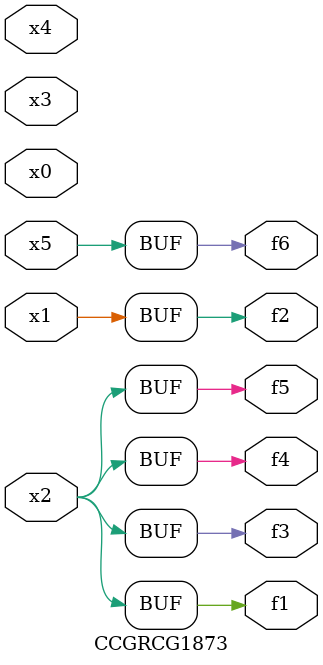
<source format=v>
module CCGRCG1873(
	input x0, x1, x2, x3, x4, x5,
	output f1, f2, f3, f4, f5, f6
);
	assign f1 = x2;
	assign f2 = x1;
	assign f3 = x2;
	assign f4 = x2;
	assign f5 = x2;
	assign f6 = x5;
endmodule

</source>
